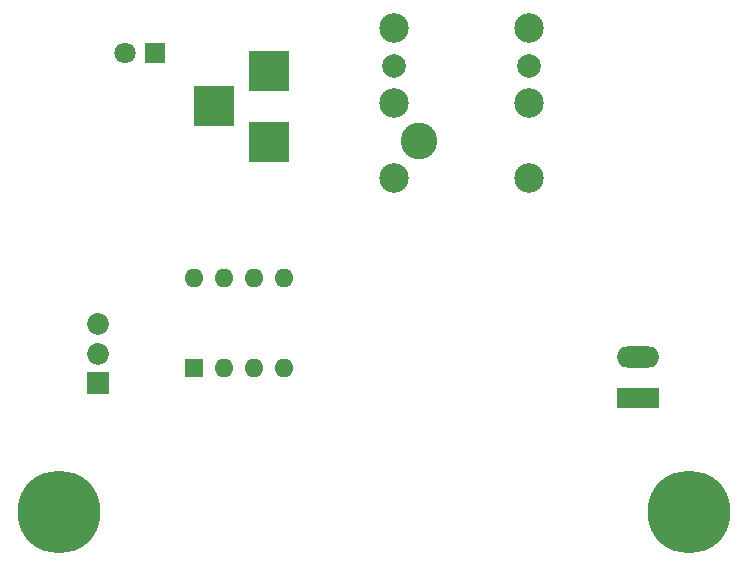
<source format=gbs>
G04 #@! TF.FileFunction,Soldermask,Bot*
%FSLAX46Y46*%
G04 Gerber Fmt 4.6, Leading zero omitted, Abs format (unit mm)*
G04 Created by KiCad (PCBNEW 4.0.7) date 08/01/18 14:34:15*
%MOMM*%
%LPD*%
G01*
G04 APERTURE LIST*
%ADD10C,0.150000*%
%ADD11R,1.600000X1.600000*%
%ADD12O,1.600000X1.600000*%
%ADD13R,3.600000X1.800000*%
%ADD14O,3.600000X1.800000*%
%ADD15R,1.800000X1.800000*%
%ADD16C,1.800000*%
%ADD17C,2.500000*%
%ADD18C,2.000000*%
%ADD19C,3.100000*%
%ADD20R,3.500000X3.500000*%
%ADD21R,1.850000X1.850000*%
%ADD22C,1.850000*%
%ADD23C,7.000000*%
G04 APERTURE END LIST*
D10*
D11*
X66548000Y-83820000D03*
D12*
X74168000Y-76200000D03*
X69088000Y-83820000D03*
X71628000Y-76200000D03*
X71628000Y-83820000D03*
X69088000Y-76200000D03*
X74168000Y-83820000D03*
X66548000Y-76200000D03*
D13*
X104140000Y-86360000D03*
D14*
X104140000Y-82860000D03*
D15*
X63246000Y-57150000D03*
D16*
X60706000Y-57150000D03*
D17*
X83448000Y-55050000D03*
X83448000Y-61400000D03*
X83448000Y-67750000D03*
X94878000Y-55050000D03*
X94878000Y-61400000D03*
X94878000Y-67750000D03*
D18*
X83448000Y-58250000D03*
X94878000Y-58250000D03*
D19*
X85578000Y-64600000D03*
D20*
X72898000Y-64643000D03*
X72898000Y-58643000D03*
X68198000Y-61643000D03*
D21*
X58420000Y-85090000D03*
D22*
X58420000Y-82590000D03*
X58420000Y-80090000D03*
D23*
X55118000Y-96012000D03*
X108458000Y-96012000D03*
M02*

</source>
